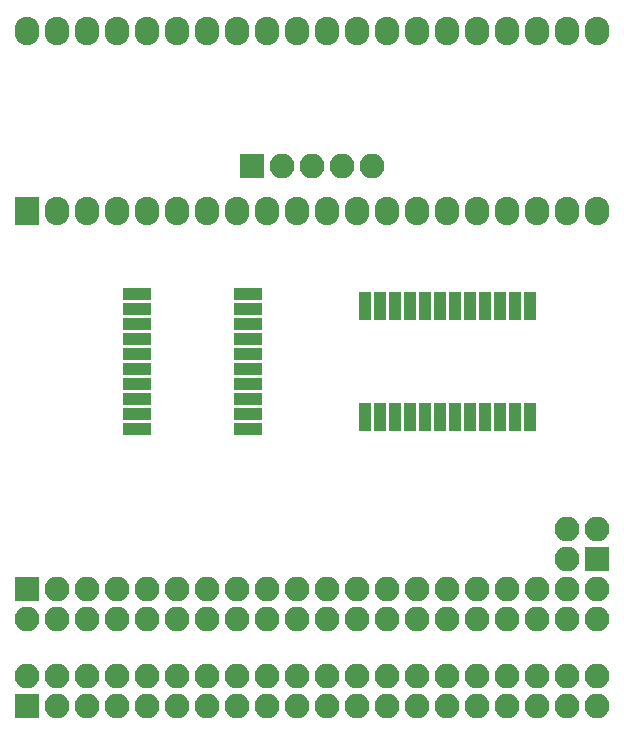
<source format=gbr>
G04 #@! TF.FileFunction,Soldermask,Bot*
%FSLAX46Y46*%
G04 Gerber Fmt 4.6, Leading zero omitted, Abs format (unit mm)*
G04 Created by KiCad (PCBNEW 4.0.7) date 11/25/18 19:30:54*
%MOMM*%
%LPD*%
G01*
G04 APERTURE LIST*
%ADD10C,0.100000*%
%ADD11R,2.100000X2.100000*%
%ADD12O,2.100000X2.100000*%
%ADD13R,2.100000X2.400000*%
%ADD14O,2.100000X2.400000*%
%ADD15R,1.000000X2.400000*%
%ADD16R,2.350000X1.000000*%
G04 APERTURE END LIST*
D10*
D11*
X125730000Y-109474000D03*
D12*
X125730000Y-112014000D03*
X128270000Y-109474000D03*
X128270000Y-112014000D03*
X130810000Y-109474000D03*
X130810000Y-112014000D03*
X133350000Y-109474000D03*
X133350000Y-112014000D03*
X135890000Y-109474000D03*
X135890000Y-112014000D03*
X138430000Y-109474000D03*
X138430000Y-112014000D03*
X140970000Y-109474000D03*
X140970000Y-112014000D03*
X143510000Y-109474000D03*
X143510000Y-112014000D03*
X146050000Y-109474000D03*
X146050000Y-112014000D03*
X148590000Y-109474000D03*
X148590000Y-112014000D03*
X151130000Y-109474000D03*
X151130000Y-112014000D03*
X153670000Y-109474000D03*
X153670000Y-112014000D03*
X156210000Y-109474000D03*
X156210000Y-112014000D03*
X158750000Y-109474000D03*
X158750000Y-112014000D03*
X161290000Y-109474000D03*
X161290000Y-112014000D03*
X163830000Y-109474000D03*
X163830000Y-112014000D03*
X166370000Y-109474000D03*
X166370000Y-112014000D03*
X168910000Y-109474000D03*
X168910000Y-112014000D03*
X171450000Y-109474000D03*
X171450000Y-112014000D03*
X173990000Y-109474000D03*
X173990000Y-112014000D03*
D11*
X173990000Y-106934000D03*
D12*
X171450000Y-106934000D03*
X173990000Y-104394000D03*
X171450000Y-104394000D03*
D11*
X144780000Y-73660000D03*
D12*
X147320000Y-73660000D03*
X149860000Y-73660000D03*
X152400000Y-73660000D03*
X154940000Y-73660000D03*
D13*
X125730000Y-77470000D03*
D14*
X173990000Y-62230000D03*
X128270000Y-77470000D03*
X171450000Y-62230000D03*
X130810000Y-77470000D03*
X168910000Y-62230000D03*
X133350000Y-77470000D03*
X166370000Y-62230000D03*
X135890000Y-77470000D03*
X163830000Y-62230000D03*
X138430000Y-77470000D03*
X161290000Y-62230000D03*
X140970000Y-77470000D03*
X158750000Y-62230000D03*
X143510000Y-77470000D03*
X156210000Y-62230000D03*
X146050000Y-77470000D03*
X153670000Y-62230000D03*
X148590000Y-77470000D03*
X151130000Y-62230000D03*
X151130000Y-77470000D03*
X148590000Y-62230000D03*
X153670000Y-77470000D03*
X146050000Y-62230000D03*
X156210000Y-77470000D03*
X143510000Y-62230000D03*
X158750000Y-77470000D03*
X140970000Y-62230000D03*
X161290000Y-77470000D03*
X138430000Y-62230000D03*
X163830000Y-77470000D03*
X135890000Y-62230000D03*
X166370000Y-77470000D03*
X133350000Y-62230000D03*
X168910000Y-77470000D03*
X130810000Y-62230000D03*
X171450000Y-77470000D03*
X128270000Y-62230000D03*
X173990000Y-77470000D03*
X125730000Y-62230000D03*
D15*
X154305000Y-85470000D03*
X155575000Y-85470000D03*
X156845000Y-85470000D03*
X158115000Y-85470000D03*
X159385000Y-85470000D03*
X160655000Y-85470000D03*
X161925000Y-85470000D03*
X163195000Y-85470000D03*
X164465000Y-85470000D03*
X165735000Y-85470000D03*
X167005000Y-85470000D03*
X168275000Y-85470000D03*
X168275000Y-94870000D03*
X167005000Y-94870000D03*
X165735000Y-94870000D03*
X164465000Y-94870000D03*
X163195000Y-94870000D03*
X161925000Y-94870000D03*
X160655000Y-94870000D03*
X159385000Y-94870000D03*
X158115000Y-94870000D03*
X156845000Y-94870000D03*
X155575000Y-94870000D03*
X154305000Y-94870000D03*
D16*
X144400000Y-84455000D03*
X144400000Y-85725000D03*
X144400000Y-86995000D03*
X144400000Y-88265000D03*
X144400000Y-89535000D03*
X144400000Y-90805000D03*
X144400000Y-92075000D03*
X144400000Y-93345000D03*
X144400000Y-94615000D03*
X144400000Y-95885000D03*
X135000000Y-95885000D03*
X135000000Y-94615000D03*
X135000000Y-93345000D03*
X135000000Y-92075000D03*
X135000000Y-90805000D03*
X135000000Y-89535000D03*
X135000000Y-88265000D03*
X135000000Y-86995000D03*
X135000000Y-85725000D03*
X135000000Y-84455000D03*
D11*
X125730000Y-119380000D03*
D12*
X125730000Y-116840000D03*
X128270000Y-119380000D03*
X128270000Y-116840000D03*
X130810000Y-119380000D03*
X130810000Y-116840000D03*
X133350000Y-119380000D03*
X133350000Y-116840000D03*
X135890000Y-119380000D03*
X135890000Y-116840000D03*
X138430000Y-119380000D03*
X138430000Y-116840000D03*
X140970000Y-119380000D03*
X140970000Y-116840000D03*
X143510000Y-119380000D03*
X143510000Y-116840000D03*
X146050000Y-119380000D03*
X146050000Y-116840000D03*
X148590000Y-119380000D03*
X148590000Y-116840000D03*
X151130000Y-119380000D03*
X151130000Y-116840000D03*
X153670000Y-119380000D03*
X153670000Y-116840000D03*
X156210000Y-119380000D03*
X156210000Y-116840000D03*
X158750000Y-119380000D03*
X158750000Y-116840000D03*
X161290000Y-119380000D03*
X161290000Y-116840000D03*
X163830000Y-119380000D03*
X163830000Y-116840000D03*
X166370000Y-119380000D03*
X166370000Y-116840000D03*
X168910000Y-119380000D03*
X168910000Y-116840000D03*
X171450000Y-119380000D03*
X171450000Y-116840000D03*
X173990000Y-119380000D03*
X173990000Y-116840000D03*
M02*

</source>
